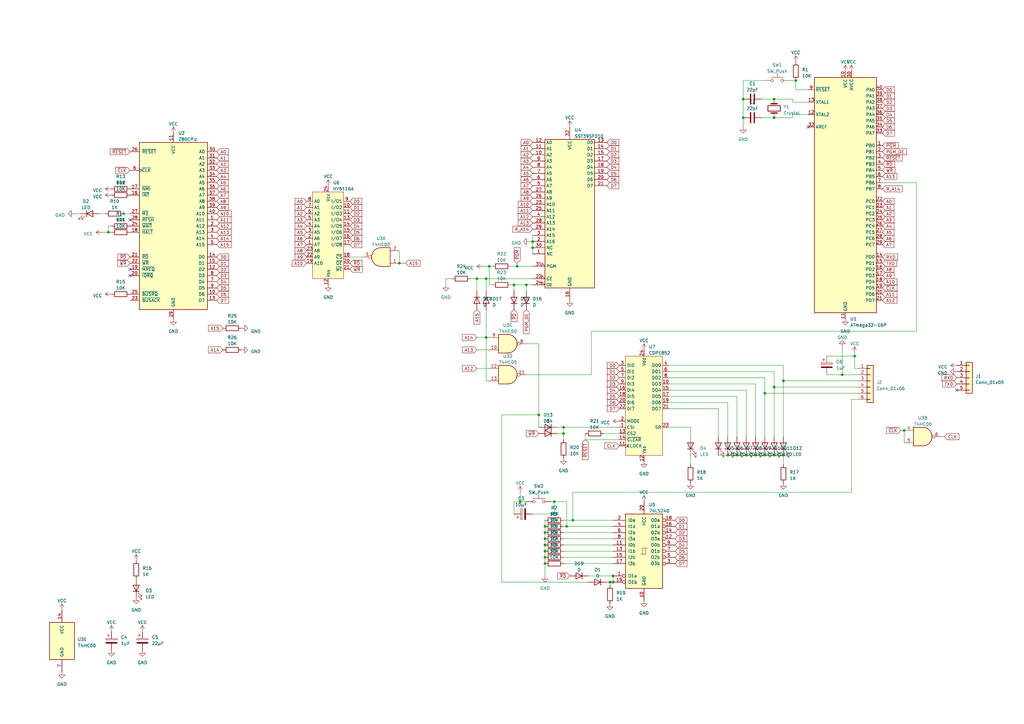
<source format=kicad_sch>
(kicad_sch (version 20230121) (generator eeschema)
  (paper "A3")
  (junction (at 326.39 33.02))
  (junction (at 304.8 48.26))
  (junction (at 306.07 186.69))
  (junction (at 350.52 146.05))
  (junction (at 251.46 236.22))
  (junction (at 199.39 114.3))
  (junction (at 223.52 218.44))
  (junction (at 223.52 220.98))
  (junction (at 223.52 223.52))
  (junction (at 210.82 116.84))
  (junction (at 223.52 228.6))
  (junction (at 215.9 116.84))
  (junction (at 163.83 107.95))
  (junction (at 223.52 215.9))
  (junction (at 220.98 170.18))
  (junction (at 213.36 205.74))
  (junction (at 195.58 114.3))
  (junction (at 309.88 186.69))
  (junction (at 317.5 186.69))
  (junction (at 317.5 40.64))
  (junction (at 317.5 158.75))
  (junction (at 218.44 101.6))
  (junction (at 200.66 109.22))
  (junction (at 313.69 161.29))
  (junction (at 345.44 153.67))
  (junction (at 223.52 231.14))
  (junction (at 250.19 238.76))
  (junction (at 199.39 138.43))
  (junction (at 234.95 213.36))
  (junction (at 302.26 186.69))
  (junction (at 232.41 215.9))
  (junction (at 44.45 95.25))
  (junction (at 304.8 40.64))
  (junction (at 321.31 156.21))
  (junction (at 212.09 109.22))
  (junction (at 223.52 226.06))
  (junction (at 313.69 186.69))
  (junction (at 251.46 238.76))
  (junction (at 227.33 205.74))
  (junction (at 370.84 176.53))
  (junction (at 321.31 186.69))
  (junction (at 298.45 186.69))
  (junction (at 231.14 175.26))
  (junction (at 317.5 48.26))
  (junction (at 231.14 177.8))
  (junction (at 218.44 99.06))
  (no_connect (at 53.34 90.17))
  (no_connect (at 331.47 52.07))
  (no_connect (at 53.34 113.03))
  (no_connect (at 53.34 110.49))
  (no_connect (at 392.43 160.02))
  (wire (pts (xy 349.25 201.93) (xy 234.95 201.93)))
  (wire (pts (xy 309.88 186.69) (xy 306.07 186.69)))
  (wire (pts (xy 345.44 142.24) (xy 345.44 153.67)))
  (wire (pts (xy 321.31 156.21) (xy 351.79 156.21)))
  (wire (pts (xy 45.72 92.71) (xy 44.45 92.71)))
  (wire (pts (xy 231.14 180.34) (xy 231.14 177.8)))
  (wire (pts (xy 223.52 231.14) (xy 223.52 236.22)))
  (wire (pts (xy 198.12 109.22) (xy 200.66 109.22)))
  (wire (pts (xy 274.32 157.48) (xy 309.88 157.48)))
  (wire (pts (xy 317.5 158.75) (xy 351.79 158.75)))
  (wire (pts (xy 195.58 138.43) (xy 199.39 138.43)))
  (wire (pts (xy 227.33 205.74) (xy 232.41 205.74)))
  (wire (pts (xy 339.09 153.67) (xy 345.44 153.67)))
  (wire (pts (xy 375.92 74.93) (xy 361.95 74.93)))
  (wire (pts (xy 302.26 186.69) (xy 298.45 186.69)))
  (wire (pts (xy 326.39 36.83) (xy 331.47 36.83)))
  (wire (pts (xy 274.32 160.02) (xy 306.07 160.02)))
  (wire (pts (xy 217.17 99.06) (xy 218.44 99.06)))
  (wire (pts (xy 313.69 33.02) (xy 304.8 33.02)))
  (wire (pts (xy 223.52 218.44) (xy 223.52 220.98)))
  (wire (pts (xy 223.52 226.06) (xy 223.52 228.6)))
  (wire (pts (xy 227.33 210.82) (xy 227.33 205.74)))
  (wire (pts (xy 228.6 177.8) (xy 231.14 177.8)))
  (wire (pts (xy 234.95 213.36) (xy 251.46 213.36)))
  (wire (pts (xy 215.9 116.84) (xy 215.9 119.38)))
  (wire (pts (xy 250.19 238.76) (xy 250.19 240.03)))
  (wire (pts (xy 317.5 48.26) (xy 325.12 48.26)))
  (wire (pts (xy 304.8 33.02) (xy 304.8 40.64)))
  (wire (pts (xy 220.98 170.18) (xy 220.98 140.97)))
  (wire (pts (xy 232.41 205.74) (xy 232.41 215.9)))
  (wire (pts (xy 199.39 138.43) (xy 200.66 138.43)))
  (wire (pts (xy 241.3 236.22) (xy 251.46 236.22)))
  (wire (pts (xy 313.69 186.69) (xy 309.88 186.69)))
  (wire (pts (xy 309.88 157.48) (xy 309.88 179.07)))
  (wire (pts (xy 223.52 223.52) (xy 223.52 226.06)))
  (wire (pts (xy 304.8 40.64) (xy 304.8 48.26)))
  (wire (pts (xy 231.14 220.98) (xy 251.46 220.98)))
  (wire (pts (xy 218.44 210.82) (xy 227.33 210.82)))
  (wire (pts (xy 182.88 116.84) (xy 182.88 114.3)))
  (wire (pts (xy 228.6 175.26) (xy 231.14 175.26)))
  (wire (pts (xy 231.14 175.26) (xy 254 175.26)))
  (wire (pts (xy 231.14 226.06) (xy 251.46 226.06)))
  (wire (pts (xy 195.58 143.51) (xy 200.66 143.51)))
  (wire (pts (xy 323.85 33.02) (xy 326.39 33.02)))
  (wire (pts (xy 231.14 223.52) (xy 251.46 223.52)))
  (wire (pts (xy 41.91 95.25) (xy 44.45 95.25)))
  (wire (pts (xy 220.98 175.26) (xy 220.98 170.18)))
  (wire (pts (xy 166.37 107.95) (xy 163.83 107.95)))
  (wire (pts (xy 200.66 156.21) (xy 199.39 156.21)))
  (wire (pts (xy 205.74 170.18) (xy 220.98 170.18)))
  (wire (pts (xy 242.57 135.89) (xy 375.92 135.89)))
  (wire (pts (xy 231.14 218.44) (xy 251.46 218.44)))
  (wire (pts (xy 325.12 48.26) (xy 325.12 46.99)))
  (wire (pts (xy 274.32 165.1) (xy 298.45 165.1)))
  (wire (pts (xy 232.41 215.9) (xy 251.46 215.9)))
  (wire (pts (xy 294.64 167.64) (xy 294.64 179.07)))
  (wire (pts (xy 350.52 146.05) (xy 350.52 151.13)))
  (wire (pts (xy 231.14 215.9) (xy 232.41 215.9)))
  (wire (pts (xy 326.39 33.02) (xy 326.39 36.83)))
  (wire (pts (xy 312.42 40.64) (xy 317.5 40.64)))
  (wire (pts (xy 195.58 151.13) (xy 200.66 151.13)))
  (wire (pts (xy 313.69 154.94) (xy 313.69 161.29)))
  (wire (pts (xy 317.5 158.75) (xy 317.5 179.07)))
  (wire (pts (xy 223.52 213.36) (xy 223.52 215.9)))
  (wire (pts (xy 209.55 116.84) (xy 210.82 116.84)))
  (wire (pts (xy 302.26 162.56) (xy 302.26 179.07)))
  (wire (pts (xy 215.9 116.84) (xy 218.44 116.84)))
  (wire (pts (xy 195.58 114.3) (xy 199.39 114.3)))
  (wire (pts (xy 223.52 220.98) (xy 223.52 223.52)))
  (wire (pts (xy 44.45 92.71) (xy 44.45 95.25)))
  (wire (pts (xy 375.92 135.89) (xy 375.92 74.93)))
  (wire (pts (xy 304.8 48.26) (xy 304.8 52.07)))
  (wire (pts (xy 325.12 40.64) (xy 325.12 41.91)))
  (wire (pts (xy 274.32 149.86) (xy 321.31 149.86)))
  (wire (pts (xy 213.36 205.74) (xy 215.9 205.74)))
  (wire (pts (xy 220.98 140.97) (xy 215.9 140.97)))
  (wire (pts (xy 234.95 201.93) (xy 234.95 213.36)))
  (wire (pts (xy 199.39 114.3) (xy 199.39 119.38)))
  (wire (pts (xy 195.58 114.3) (xy 195.58 119.38)))
  (wire (pts (xy 349.25 163.83) (xy 349.25 201.93)))
  (wire (pts (xy 210.82 116.84) (xy 215.9 116.84)))
  (wire (pts (xy 210.82 205.74) (xy 213.36 205.74)))
  (wire (pts (xy 339.09 146.05) (xy 350.52 146.05)))
  (wire (pts (xy 274.32 167.64) (xy 294.64 167.64)))
  (wire (pts (xy 313.69 161.29) (xy 351.79 161.29)))
  (wire (pts (xy 274.32 154.94) (xy 313.69 154.94)))
  (wire (pts (xy 306.07 186.69) (xy 302.26 186.69)))
  (wire (pts (xy 313.69 161.29) (xy 313.69 179.07)))
  (wire (pts (xy 321.31 186.69) (xy 317.5 186.69)))
  (wire (pts (xy 312.42 48.26) (xy 317.5 48.26)))
  (wire (pts (xy 298.45 186.69) (xy 294.64 186.69)))
  (wire (pts (xy 218.44 99.06) (xy 218.44 101.6)))
  (wire (pts (xy 247.65 177.8) (xy 254 177.8)))
  (wire (pts (xy 325.12 46.99) (xy 331.47 46.99)))
  (wire (pts (xy 200.66 116.84) (xy 200.66 109.22)))
  (wire (pts (xy 242.57 153.67) (xy 242.57 135.89)))
  (wire (pts (xy 240.03 180.34) (xy 254 180.34)))
  (wire (pts (xy 370.84 176.53) (xy 370.84 181.61)))
  (wire (pts (xy 306.07 160.02) (xy 306.07 179.07)))
  (wire (pts (xy 218.44 101.6) (xy 218.44 104.14)))
  (wire (pts (xy 231.14 213.36) (xy 234.95 213.36)))
  (wire (pts (xy 231.14 231.14) (xy 251.46 231.14)))
  (wire (pts (xy 30.48 87.63) (xy 33.02 87.63)))
  (wire (pts (xy 218.44 96.52) (xy 218.44 99.06)))
  (wire (pts (xy 199.39 114.3) (xy 218.44 114.3)))
  (wire (pts (xy 350.52 144.78) (xy 350.52 146.05)))
  (wire (pts (xy 321.31 149.86) (xy 321.31 156.21)))
  (wire (pts (xy 199.39 138.43) (xy 199.39 156.21)))
  (wire (pts (xy 250.19 238.76) (xy 251.46 238.76)))
  (wire (pts (xy 248.92 238.76) (xy 250.19 238.76)))
  (wire (pts (xy 223.52 228.6) (xy 223.52 231.14)))
  (wire (pts (xy 298.45 165.1) (xy 298.45 179.07)))
  (wire (pts (xy 351.79 163.83) (xy 349.25 163.83)))
  (wire (pts (xy 215.9 153.67) (xy 242.57 153.67)))
  (wire (pts (xy 317.5 152.4) (xy 317.5 158.75)))
  (wire (pts (xy 210.82 210.82) (xy 210.82 205.74)))
  (wire (pts (xy 212.09 109.22) (xy 218.44 109.22)))
  (wire (pts (xy 345.44 153.67) (xy 351.79 153.67)))
  (wire (pts (xy 274.32 152.4) (xy 317.5 152.4)))
  (wire (pts (xy 321.31 156.21) (xy 321.31 179.07)))
  (wire (pts (xy 226.06 205.74) (xy 227.33 205.74)))
  (wire (pts (xy 241.3 238.76) (xy 205.74 238.76)))
  (wire (pts (xy 369.57 176.53) (xy 370.84 176.53)))
  (wire (pts (xy 210.82 116.84) (xy 210.82 119.38)))
  (wire (pts (xy 193.04 114.3) (xy 195.58 114.3)))
  (wire (pts (xy 199.39 127) (xy 199.39 138.43)))
  (wire (pts (xy 212.09 107.95) (xy 212.09 109.22)))
  (wire (pts (xy 274.32 162.56) (xy 302.26 162.56)))
  (wire (pts (xy 40.64 87.63) (xy 43.18 87.63)))
  (wire (pts (xy 283.21 186.69) (xy 283.21 190.5)))
  (wire (pts (xy 163.83 107.95) (xy 163.83 102.87)))
  (wire (pts (xy 213.36 201.93) (xy 213.36 205.74)))
  (wire (pts (xy 274.32 175.26) (xy 283.21 175.26)))
  (wire (pts (xy 200.66 109.22) (xy 201.93 109.22)))
  (wire (pts (xy 251.46 236.22) (xy 251.46 238.76)))
  (wire (pts (xy 209.55 109.22) (xy 212.09 109.22)))
  (wire (pts (xy 143.51 105.41) (xy 148.59 105.41)))
  (wire (pts (xy 201.93 116.84) (xy 200.66 116.84)))
  (wire (pts (xy 231.14 228.6) (xy 251.46 228.6)))
  (wire (pts (xy 321.31 190.5) (xy 321.31 186.69)))
  (wire (pts (xy 182.88 114.3) (xy 185.42 114.3)))
  (wire (pts (xy 223.52 215.9) (xy 223.52 218.44)))
  (wire (pts (xy 317.5 40.64) (xy 325.12 40.64)))
  (wire (pts (xy 317.5 186.69) (xy 313.69 186.69)))
  (wire (pts (xy 44.45 95.25) (xy 45.72 95.25)))
  (wire (pts (xy 240.03 177.8) (xy 240.03 180.34)))
  (wire (pts (xy 325.12 41.91) (xy 331.47 41.91)))
  (wire (pts (xy 50.8 87.63) (xy 53.34 87.63)))
  (wire (pts (xy 386.08 179.07) (xy 387.35 179.07)))
  (wire (pts (xy 350.52 151.13) (xy 351.79 151.13)))
  (wire (pts (xy 231.14 177.8) (xy 231.14 175.26)))
  (wire (pts (xy 205.74 238.76) (xy 205.74 170.18)))
  (wire (pts (xy 283.21 175.26) (xy 283.21 179.07)))
  (global_label "R_A14" (shape input) (at 218.44 93.98 180) (property "Intersheetrefs" "${INTERSHEET_REFS}" (effects hide)))
  (global_label "D2" (shape input) (at 254 154.94 180) (property "Intersheetrefs" "${INTERSHEET_REFS}" (effects hide)))
  (global_label "A13" (shape input) (at 361.95 72.39 0) (property "Intersheetrefs" "${INTERSHEET_REFS}" (effects hide)))
  (global_label "D2" (shape input) (at 276.86 218.44 0) (property "Intersheetrefs" "${INTERSHEET_REFS}" (effects hide)))
  (global_label "D4" (shape input) (at 276.86 223.52 0) (property "Intersheetrefs" "${INTERSHEET_REFS}" (effects hide)))
  (global_label "D0" (shape input) (at 88.9 105.41 0) (property "Intersheetrefs" "${INTERSHEET_REFS}" (effects hide)))
  (global_label "D0" (shape input) (at 276.86 213.36 0) (property "Intersheetrefs" "${INTERSHEET_REFS}" (effects hide)))
  (global_label "D3" (shape input) (at 361.95 44.45 0) (property "Intersheetrefs" "${INTERSHEET_REFS}" (effects hide)))
  (global_label "D5" (shape input) (at 361.95 49.53 0) (property "Intersheetrefs" "${INTERSHEET_REFS}" (effects hide)))
  (global_label "D7" (shape input) (at 143.51 100.33 0) (property "Intersheetrefs" "${INTERSHEET_REFS}" (effects hide)))
  (global_label "A1" (shape input) (at 218.44 60.96 180) (property "Intersheetrefs" "${INTERSHEET_REFS}" (effects hide)))
  (global_label "D2" (shape input) (at 143.51 87.63 0) (property "Intersheetrefs" "${INTERSHEET_REFS}" (effects hide)))
  (global_label "A3" (shape input) (at 125.73 90.17 180) (property "Intersheetrefs" "${INTERSHEET_REFS}" (effects hide)))
  (global_label "~{CLK}" (shape input) (at 361.95 118.11 0) (property "Intersheetrefs" "${INTERSHEET_REFS}" (effects hide)))
  (global_label "A0" (shape input) (at 88.9 62.23 0) (property "Intersheetrefs" "${INTERSHEET_REFS}" (effects hide)))
  (global_label "A9" (shape input) (at 361.95 113.03 0) (property "Intersheetrefs" "${INTERSHEET_REFS}" (effects hide)))
  (global_label "D7" (shape input) (at 254 167.64 180) (property "Intersheetrefs" "${INTERSHEET_REFS}" (effects hide)))
  (global_label "D2" (shape input) (at 88.9 110.49 0) (property "Intersheetrefs" "${INTERSHEET_REFS}" (effects hide)))
  (global_label "A15" (shape input) (at 195.58 127 270) (property "Intersheetrefs" "${INTERSHEET_REFS}" (effects hide)))
  (global_label "D6" (shape input) (at 276.86 228.6 0) (property "Intersheetrefs" "${INTERSHEET_REFS}" (effects hide)))
  (global_label "D5" (shape input) (at 254 162.56 180) (property "Intersheetrefs" "${INTERSHEET_REFS}" (effects hide)))
  (global_label "A0" (shape input) (at 125.73 82.55 180) (property "Intersheetrefs" "${INTERSHEET_REFS}" (effects hide)))
  (global_label "A13" (shape input) (at 88.9 95.25 0) (property "Intersheetrefs" "${INTERSHEET_REFS}" (effects hide)))
  (global_label "A4" (shape input) (at 361.95 92.71 0) (property "Intersheetrefs" "${INTERSHEET_REFS}" (effects hide)))
  (global_label "~{WR}" (shape input) (at 53.34 107.95 180) (property "Intersheetrefs" "${INTERSHEET_REFS}" (effects hide)))
  (global_label "A6" (shape input) (at 88.9 77.47 0) (property "Intersheetrefs" "${INTERSHEET_REFS}" (effects hide)))
  (global_label "~{RESET}" (shape input) (at 240.03 180.34 270) (property "Intersheetrefs" "${INTERSHEET_REFS}" (effects hide)))
  (global_label "~{CLK}" (shape input) (at 53.34 69.85 180) (property "Intersheetrefs" "${INTERSHEET_REFS}" (effects hide)))
  (global_label "A12" (shape input) (at 195.58 151.13 180) (property "Intersheetrefs" "${INTERSHEET_REFS}" (effects hide)))
  (global_label "A10" (shape input) (at 125.73 107.95 180) (property "Intersheetrefs" "${INTERSHEET_REFS}" (effects hide)))
  (global_label "D0" (shape input) (at 254 149.86 180) (property "Intersheetrefs" "${INTERSHEET_REFS}" (effects hide)))
  (global_label "A7" (shape input) (at 361.95 100.33 0) (property "Intersheetrefs" "${INTERSHEET_REFS}" (effects hide)))
  (global_label "D1" (shape input) (at 143.51 85.09 0) (property "Intersheetrefs" "${INTERSHEET_REFS}" (effects hide)))
  (global_label "D1" (shape input) (at 361.95 39.37 0) (property "Intersheetrefs" "${INTERSHEET_REFS}" (effects hide)))
  (global_label "D6" (shape input) (at 143.51 97.79 0) (property "Intersheetrefs" "${INTERSHEET_REFS}" (effects hide)))
  (global_label "A2" (shape input) (at 361.95 87.63 0) (property "Intersheetrefs" "${INTERSHEET_REFS}" (effects hide)))
  (global_label "D6" (shape input) (at 88.9 120.65 0) (property "Intersheetrefs" "${INTERSHEET_REFS}" (effects hide)))
  (global_label "D4" (shape input) (at 254 160.02 180) (property "Intersheetrefs" "${INTERSHEET_REFS}" (effects hide)))
  (global_label "A9" (shape input) (at 218.44 81.28 180) (property "Intersheetrefs" "${INTERSHEET_REFS}" (effects hide)))
  (global_label "D4" (shape input) (at 248.92 68.58 0) (property "Intersheetrefs" "${INTERSHEET_REFS}" (effects hide)))
  (global_label "A8" (shape input) (at 88.9 82.55 0) (property "Intersheetrefs" "${INTERSHEET_REFS}" (effects hide)))
  (global_label "A1" (shape input) (at 361.95 85.09 0) (property "Intersheetrefs" "${INTERSHEET_REFS}" (effects hide)))
  (global_label "RXD" (shape input) (at 392.43 154.94 180) (property "Intersheetrefs" "${INTERSHEET_REFS}" (effects hide)))
  (global_label "A6" (shape input) (at 125.73 97.79 180) (property "Intersheetrefs" "${INTERSHEET_REFS}" (effects hide)))
  (global_label "D2" (shape input) (at 361.95 41.91 0) (property "Intersheetrefs" "${INTERSHEET_REFS}" (effects hide)))
  (global_label "D1" (shape input) (at 254 152.4 180) (property "Intersheetrefs" "${INTERSHEET_REFS}" (effects hide)))
  (global_label "A4" (shape input) (at 88.9 72.39 0) (property "Intersheetrefs" "${INTERSHEET_REFS}" (effects hide)))
  (global_label "~{RESET}" (shape input) (at 53.34 62.23 180) (property "Intersheetrefs" "${INTERSHEET_REFS}" (effects hide)))
  (global_label "A2" (shape input) (at 88.9 67.31 0) (property "Intersheetrefs" "${INTERSHEET_REFS}" (effects hide)))
  (global_label "A5" (shape input) (at 218.44 71.12 180) (property "Intersheetrefs" "${INTERSHEET_REFS}" (effects hide)))
  (global_label "D1" (shape input) (at 276.86 215.9 0) (property "Intersheetrefs" "${INTERSHEET_REFS}" (effects hide)))
  (global_label "D0" (shape input) (at 361.95 36.83 0) (property "Intersheetrefs" "${INTERSHEET_REFS}" (effects hide)))
  (global_label "A11" (shape input) (at 218.44 86.36 180) (property "Intersheetrefs" "${INTERSHEET_REFS}" (effects hide)))
  (global_label "A7" (shape input) (at 125.73 100.33 180) (property "Intersheetrefs" "${INTERSHEET_REFS}" (effects hide)))
  (global_label "~{CLK}" (shape input) (at 369.57 176.53 180) (property "Intersheetrefs" "${INTERSHEET_REFS}" (effects hide)))
  (global_label "CLK" (shape input) (at 254 182.88 180) (property "Intersheetrefs" "${INTERSHEET_REFS}" (effects hide)))
  (global_label "D1" (shape input) (at 248.92 60.96 0) (property "Intersheetrefs" "${INTERSHEET_REFS}" (effects hide)))
  (global_label "A10" (shape input) (at 218.44 83.82 180) (property "Intersheetrefs" "${INTERSHEET_REFS}" (effects hide)))
  (global_label "PGM_OE" (shape input) (at 361.95 62.23 0) (property "Intersheetrefs" "${INTERSHEET_REFS}" (effects hide)))
  (global_label "A12" (shape input) (at 88.9 92.71 0) (property "Intersheetrefs" "${INTERSHEET_REFS}" (effects hide)))
  (global_label "D5" (shape input) (at 248.92 71.12 0) (property "Intersheetrefs" "${INTERSHEET_REFS}" (effects hide)))
  (global_label "A3" (shape input) (at 218.44 66.04 180) (property "Intersheetrefs" "${INTERSHEET_REFS}" (effects hide)))
  (global_label "D3" (shape input) (at 254 157.48 180) (property "Intersheetrefs" "${INTERSHEET_REFS}" (effects hide)))
  (global_label "~{RD}" (shape input) (at 361.95 67.31 0) (property "Intersheetrefs" "${INTERSHEET_REFS}" (effects hide)))
  (global_label "D0" (shape input) (at 248.92 58.42 0) (property "Intersheetrefs" "${INTERSHEET_REFS}" (effects hide)))
  (global_label "D3" (shape input) (at 143.51 90.17 0) (property "Intersheetrefs" "${INTERSHEET_REFS}" (effects hide)))
  (global_label "A8" (shape input) (at 361.95 110.49 0) (property "Intersheetrefs" "${INTERSHEET_REFS}" (effects hide)))
  (global_label "A7" (shape input) (at 88.9 80.01 0) (property "Intersheetrefs" "${INTERSHEET_REFS}" (effects hide)))
  (global_label "D4" (shape input) (at 361.95 46.99 0) (property "Intersheetrefs" "${INTERSHEET_REFS}" (effects hide)))
  (global_label "D6" (shape input) (at 361.95 52.07 0) (property "Intersheetrefs" "${INTERSHEET_REFS}" (effects hide)))
  (global_label "~{PGM}" (shape input) (at 361.95 59.69 0) (property "Intersheetrefs" "${INTERSHEET_REFS}" (effects hide)))
  (global_label "D3" (shape input) (at 248.92 66.04 0) (property "Intersheetrefs" "${INTERSHEET_REFS}" (effects hide)))
  (global_label "A11" (shape input) (at 88.9 90.17 0) (property "Intersheetrefs" "${INTERSHEET_REFS}" (effects hide)))
  (global_label "D7" (shape input) (at 88.9 123.19 0) (property "Intersheetrefs" "${INTERSHEET_REFS}" (effects hide)))
  (global_label "A12" (shape input) (at 361.95 123.19 0) (property "Intersheetrefs" "${INTERSHEET_REFS}" (effects hide)))
  (global_label "A3" (shape input) (at 88.9 69.85 0) (property "Intersheetrefs" "${INTERSHEET_REFS}" (effects hide)))
  (global_label "PGM_OE" (shape input) (at 215.9 127 270) (property "Intersheetrefs" "${INTERSHEET_REFS}" (effects hide)))
  (global_label "D2" (shape input) (at 248.92 63.5 0) (property "Intersheetrefs" "${INTERSHEET_REFS}" (effects hide)))
  (global_label "~{RD}" (shape input) (at 210.82 127 270) (property "Intersheetrefs" "${INTERSHEET_REFS}" (effects hide)))
  (global_label "R_A14" (shape input) (at 361.95 77.47 0) (property "Intersheetrefs" "${INTERSHEET_REFS}" (effects hide)))
  (global_label "D6" (shape input) (at 248.92 73.66 0) (property "Intersheetrefs" "${INTERSHEET_REFS}" (effects hide)))
  (global_label "D6" (shape input) (at 254 165.1 180) (property "Intersheetrefs" "${INTERSHEET_REFS}" (effects hide)))
  (global_label "A5" (shape input) (at 361.95 95.25 0) (property "Intersheetrefs" "${INTERSHEET_REFS}" (effects hide)))
  (global_label "A13" (shape input) (at 218.44 91.44 180) (property "Intersheetrefs" "${INTERSHEET_REFS}" (effects hide)))
  (global_label "~{RESET}" (shape input) (at 361.95 64.77 0) (property "Intersheetrefs" "${INTERSHEET_REFS}" (effects hide)))
  (global_label "~{RD}" (shape input) (at 53.34 105.41 180) (property "Intersheetrefs" "${INTERSHEET_REFS}" (effects hide)))
  (global_label "A11" (shape input) (at 361.95 120.65 0) (property "Intersheetrefs" "${INTERSHEET_REFS}" (effects hide)))
  (global_label "A2" (shape input) (at 125.73 87.63 180) (property "Intersheetrefs" "${INTERSHEET_REFS}" (effects hide)))
  (global_label "~{RD}" (shape input) (at 143.51 107.95 0) (property "Intersheetrefs" "${INTERSHEET_REFS}" (effects hide)))
  (global_label "~{WR}" (shape input) (at 361.95 69.85 0) (property "Intersheetrefs" "${INTERSHEET_REFS}" (effects hide)))
  (global_label "D1" (shape input) (at 88.9 107.95 0) (property "Intersheetrefs" "${INTERSHEET_REFS}" (effects hide)))
  (global_label "A8" (shape input) (at 218.44 78.74 180) (property "Intersheetrefs" "${INTERSHEET_REFS}" (effects hide)))
  (global_label "D3" (shape input) (at 276.86 220.98 0) (property "Intersheetrefs" "${INTERSHEET_REFS}" (effects hide)))
  (global_label "RXD" (shape input) (at 361.95 105.41 0) (property "Intersheetrefs" "${INTERSHEET_REFS}" (effects hide)))
  (global_label "D4" (shape input) (at 88.9 115.57 0) (property "Intersheetrefs" "${INTERSHEET_REFS}" (effects hide)))
  (global_label "A15" (shape input) (at 91.44 134.62 180) (property "Intersheetrefs" "${INTERSHEET_REFS}" (effects hide)))
  (global_label "A14" (shape input) (at 91.44 143.51 180) (property "Intersheetrefs" "${INTERSHEET_REFS}" (effects hide)))
  (global_label "A7" (shape input) (at 218.44 76.2 180) (property "Intersheetrefs" "${INTERSHEET_REFS}" (effects hide)))
  (global_label "A14" (shape input) (at 195.58 138.43 180) (property "Intersheetrefs" "${INTERSHEET_REFS}" (effects hide)))
  (global_label "D5" (shape input) (at 276.86 226.06 0) (property "Intersheetrefs" "${INTERSHEET_REFS}" (effects hide)))
  (global_label "A10" (shape input) (at 88.9 87.63 0) (property "Intersheetrefs" "${INTERSHEET_REFS}" (effects hide)))
  (global_label "D4" (shape input) (at 143.51 92.71 0) (property "Intersheetrefs" "${INTERSHEET_REFS}" (effects hide)))
  (global_label "A14" (shape input) (at 88.9 97.79 0) (property "Intersheetrefs" "${INTERSHEET_REFS}" (effects hide)))
  (global_label "A15" (shape input) (at 88.9 100.33 0) (property "Intersheetrefs" "${INTERSHEET_REFS}" (effects hide)))
  (global_label "D7" (shape input) (at 276.86 231.14 0) (property "Intersheetrefs" "${INTERSHEET_REFS}" (effects hide)))
  (global_label "A0" (shape input) (at 218.44 58.42 180) (property "Intersheetrefs" "${INTERSHEET_REFS}" (effects hide)))
  (global_label "TXD" (shape input) (at 361.95 107.95 0) (property "Intersheetrefs" "${INTERSHEET_REFS}" (effects hide)))
  (global_label "A1" (shape input) (at 88.9 64.77 0) (property "Intersheetrefs" "${INTERSHEET_REFS}" (effects hide)))
  (global_label "D0" (shape input) (at 143.51 82.55 0) (property "Intersheetrefs" "${INTERSHEET_REFS}" (effects hide)))
  (global_label "TXD" (shape input) (at 392.43 157.48 180) (property "Intersheetrefs" "${INTERSHEET_REFS}" (effects hide)))
  (global_label "A2" (shape input) (at 218.44 63.5 180) (property "Intersheetrefs" "${INTERSHEET_REFS}" (effects hide)))
  (global_label "A6" (shape input) (at 218.44 73.66 180) (property "Intersheetrefs" "${INTERSHEET_REFS}" (effects hide)))
  (global_label "A0" (shape input) (at 361.95 82.55 0) (property "Intersheetrefs" "${INTERSHEET_REFS}" (effects hide)))
  (global_label "A8" (shape input) (at 125.73 102.87 180) (property "Intersheetrefs" "${INTERSHEET_REFS}" (effects hide)))
  (global_label "A5" (shape input) (at 125.73 95.25 180) (property "Intersheetrefs" "${INTERSHEET_REFS}" (effects hide)))
  (global_label "CLK" (shape input) (at 387.35 179.07 0) (property "Intersheetrefs" "${INTERSHEET_REFS}" (effects hide)))
  (global_label "D7" (shape input) (at 361.95 54.61 0) (property "Intersheetrefs" "${INTERSHEET_REFS}" (effects hide)))
  (global_label "A5" (shape input) (at 88.9 74.93 0) (property "Intersheetrefs" "${INTERSHEET_REFS}" (effects hide)))
  (global_label "A6" (shape input) (at 361.95 97.79 0) (property "Intersheetrefs" "${INTERSHEET_REFS}" (effects hide)))
  (global_label "A9" (shape input) (at 125.73 105.41 180) (property "Intersheetrefs" "${INTERSHEET_REFS}" (effects hide)))
  (global_label "A4" (shape input) (at 218.44 68.58 180) (property "Intersheetrefs" "${INTERSHEET_REFS}" (effects hide)))
  (global_label "~{RD}" (shape input) (at 233.68 236.22 180) (property "Intersheetrefs" "${INTERSHEET_REFS}" (effects hide)))
  (global_label "D5" (shape input) (at 88.9 118.11 0) (property "Intersheetrefs" "${INTERSHEET_REFS}" (effects hide)))
  (global_label "A1" (shape input) (at 125.73 85.09 180) (property "Intersheetrefs" "${INTERSHEET_REFS}" (effects hide)))
  (global_label "A3" (shape input) (at 361.95 90.17 0) (property "Intersheetrefs" "${INTERSHEET_REFS}" (effects hide)))
  (global_label "A4" (shape input) (at 125.73 92.71 180) (property "Intersheetrefs" "${INTERSHEET_REFS}" (effects hide)))
  (global_label "D3" (shape input) (at 88.9 113.03 0) (property "Intersheetrefs" "${INTERSHEET_REFS}" (effects hide)))
  (global_label "A9" (shape input) (at 88.9 85.09 0) (property "Intersheetrefs" "${INTERSHEET_REFS}" (effects hide)))
  (global_label "D7" (shape input) (at 248.92 76.2 0) (property "Intersheetrefs" "${INTERSHEET_REFS}" (effects hide)))
  (global_label "~{WR}" (shape input) (at 143.51 110.49 0) (property "Intersheetrefs" "${INTERSHEET_REFS}" (effects hide)))
  (global_label "~{PGM}" (shape input) (at 212.09 107.95 90) (property "Intersheetrefs" "${INTERSHEET_REFS}" (effects hide)))
  (global_label "A10" (shape input) (at 361.95 115.57 0) (property "Intersheetrefs" "${INTERSHEET_REFS}" (effects hide)))
  (global_label "A13" (shape input) (at 195.58 143.51 180) (property "Intersheetrefs" "${INTERSHEET_REFS}" (effects hide)))
  (global_label "A12" (shape input) (at 218.44 88.9 180) (property "Intersheetrefs" "${INTERSHEET_REFS}" (effects hide)))
  (global_label "A15" (shape input) (at 166.37 107.95 0) (property "Intersheetrefs" "${INTERSHEET_REFS}" (effects hide)))
  (global_label "D5" (shape input) (at 143.51 95.25 0) (property "Intersheetrefs" "${INTERSHEET_REFS}" (effects hide)))
  (global_label "~{WR}" (shape input) (at 220.98 177.8 180) (property "Intersheetrefs" "${INTERSHEET_REFS}" (effects hide)))
  (symbol (lib_id "74xx:74HC00") (at 208.28 153.67 0) (unit 4)
    (property "Reference" "U3" (at 208.2717 146.05 0))
    (property "Value" "74HC00" (at 208.2717 148.59 0))
    (property "Datasheet" "http://www.ti.com/lit/gpn/sn74hc00" (effects hide))
  )
  (symbol (lib_id "Device:LED") (at 283.21 182.88 90) (unit 1)
    (property "Reference" "D4" (at 287.02 183.8325 90) (effects (justify right)))
    (property "Value" "LED" (at 287.02 186.3725 90) (effects (justify right)))
  )
  (symbol (lib_id "CPU:Z80CPU") (at 71.12 92.71 0) (unit 1)
    (property "Reference" "U2" (at 73.0759 54.61 0) (effects (justify left)))
    (property "Value" "Z80CPU" (at 73.0759 57.15 0) (effects (justify left)))
    (property "Datasheet" "www.zilog.com/manage_directlink.php?filepath=docs/z80/um0080" (effects hide))
  )
  (symbol (lib_id "power:GND") (at 283.21 198.12 0) (unit 1)
    (property "Reference" "#PWR034" (effects hide))
    (property "Value" "GND" (at 283.21 203.2 0))
  )
  (symbol (lib_id "Device:R") (at 227.33 231.14 90) (unit 1)
    (property "Reference" "R9" (at 227.33 226.06 90))
    (property "Value" "10K" (at 227.33 228.6 90))
  )
  (symbol (lib_id "power:VCC") (at 350.52 144.78 0) (unit 1)
    (property "Reference" "#PWR037" (effects hide))
    (property "Value" "VCC" (at 350.52 140.97 0))
  )
  (symbol (lib_id "power:VCC") (at 58.42 259.08 0) (unit 1)
    (property "Reference" "#PWR030" (effects hide))
    (property "Value" "VCC" (at 58.42 255.27 0))
  )
  (symbol (lib_id "Device:Crystal") (at 317.5 44.45 90) (unit 1)
    (property "Reference" "Y1" (at 321.31 43.815 90) (effects (justify right)))
    (property "Value" "Crystal" (at 321.31 46.355 90) (effects (justify right)))
  )
  (symbol (lib_id "Device:LED") (at 294.64 182.88 90) (unit 1)
    (property "Reference" "D5" (at 298.45 183.8325 90) (effects (justify right)))
    (property "Value" "LED" (at 298.45 186.3725 90) (effects (justify right)))
  )
  (symbol (lib_id "MCU_Microchip_ATmega:ATmega32-16P") (at 346.71 80.01 0) (unit 1)
    (property "Reference" "U1" (at 348.6659 130.81 0) (effects (justify left)))
    (property "Value" "ATmega32-16P" (at 348.6659 133.35 0) (effects (justify left)))
    (property "Footprint" "Package_DIP:DIP-40_W15.24mm" (effects hide))
    (property "Datasheet" "http://ww1.microchip.com/downloads/en/DeviceDoc/doc2503.pdf" (effects hide))
  )
  (symbol (lib_id "Device:LED") (at 302.26 182.88 90) (unit 1)
    (property "Reference" "D7" (at 306.07 183.8325 90) (effects (justify right)))
    (property "Value" "LED" (at 306.07 186.3725 90) (effects (justify right)))
  )
  (symbol (lib_id "74xx:74HC00") (at 208.28 140.97 0) (unit 3)
    (property "Reference" "U3" (at 208.2717 133.35 0))
    (property "Value" "74HC00" (at 208.2717 135.89 0))
    (property "Datasheet" "http://www.ti.com/lit/gpn/sn74hc00" (effects hide))
  )
  (symbol (lib_id "power:GND") (at 25.4 275.59 0) (unit 1)
    (property "Reference" "#PWR01" (effects hide))
    (property "Value" "GND" (at 25.4 280.67 0))
  )
  (symbol (lib_id "Device:R") (at 227.33 213.36 90) (unit 1)
    (property "Reference" "R2" (at 227.33 208.28 90))
    (property "Value" "10K" (at 227.33 210.82 90))
  )
  (symbol (lib_id "Switch:SW_Push") (at 220.98 205.74 0) (unit 1)
    (property "Reference" "SW2" (at 220.98 199.39 0))
    (property "Value" "SW_Push" (at 220.98 201.93 0))
  )
  (symbol (lib_id "Device:R") (at 49.53 95.25 90) (unit 1)
    (property "Reference" "R11" (at 49.53 90.17 90))
    (property "Value" "10K" (at 49.53 92.71 90))
  )
  (symbol (lib_id "Device:R") (at 95.25 143.51 270) (unit 1)
    (property "Reference" "R26" (at 95.25 138.43 90))
    (property "Value" "10K" (at 95.25 140.97 90))
  )
  (symbol (lib_id "Device:LED") (at 298.45 182.88 90) (unit 1)
    (property "Reference" "D6" (at 302.26 183.8325 90) (effects (justify right)))
    (property "Value" "LED" (at 302.26 186.3725 90) (effects (justify right)))
  )
  (symbol (lib_id "power:GND") (at 264.16 189.23 0) (unit 1)
    (property "Reference" "#PWR06" (effects hide))
    (property "Value" "GND" (at 264.16 194.31 0))
  )
  (symbol (lib_id "power:VCC") (at 71.12 54.61 0) (unit 1)
    (property "Reference" "#PWR013" (effects hide))
    (property "Value" "VCC" (at 71.12 50.8 0))
  )
  (symbol (lib_id "Device:D") (at 195.58 123.19 270) (unit 1)
    (property "Reference" "D18" (at 198.12 122.555 90) (effects (justify left)))
    (property "Value" "D" (at 198.12 125.095 90) (effects (justify left)))
    (property "Sim.Device" "D" (effects hide))
    (property "Sim.Pins" "1=K 2=A" (effects hide))
  )
  (symbol (lib_id "Connector_Generic:Conn_01x05") (at 397.51 154.94 0) (unit 1)
    (property "Reference" "J1" (at 400.05 154.305 0) (effects (justify left)))
    (property "Value" "Conn_01x05" (at 400.05 156.845 0) (effects (justify left)))
  )
  (symbol (lib_id "power:GND") (at 346.71 130.81 0) (unit 1)
    (property "Reference" "#PWR08" (effects hide))
    (property "Value" "GND" (at 346.71 135.89 0))
  )
  (symbol (lib_id "Device:LED") (at 36.83 87.63 0) (unit 1)
    (property "Reference" "D2" (at 35.2425 82.55 0))
    (property "Value" "LED" (at 35.2425 85.09 0))
  )
  (symbol (lib_id "power:GND") (at 264.16 246.38 0) (unit 1)
    (property "Reference" "#PWR07" (effects hide))
    (property "Value" "GND" (at 264.16 251.46 0))
  )
  (symbol (lib_id "power:GND") (at 58.42 266.7 0) (unit 1)
    (property "Reference" "#PWR031" (effects hide))
    (property "Value" "GND" (at 58.42 271.78 0))
  )
  (symbol (lib_id "power:GND") (at 99.06 143.51 90) (unit 1)
    (property "Reference" "#PWR044" (effects hide))
    (property "Value" "GND" (at 102.87 144.145 90) (effects (justify right)))
  )
  (symbol (lib_id "power:GND") (at 321.31 198.12 0) (unit 1)
    (property "Reference" "#PWR035" (effects hide))
    (property "Value" "GND" (at 321.31 203.2 0))
  )
  (symbol (lib_id "power:GND") (at 345.44 142.24 180) (unit 1)
    (property "Reference" "#PWR038" (effects hide))
    (property "Value" "GND" (at 345.44 138.43 0))
  )
  (symbol (lib_id "Device:LED") (at 313.69 182.88 90) (unit 1)
    (property "Reference" "D10" (at 317.5 183.8325 90) (effects (justify right)))
    (property "Value" "LED" (at 317.5 186.3725 90) (effects (justify right)))
  )
  (symbol (lib_id "power:GND") (at 45.72 266.7 0) (unit 1)
    (property "Reference" "#PWR029" (effects hide))
    (property "Value" "GND" (at 45.72 271.78 0))
  )
  (symbol (lib_id "Device:R") (at 231.14 184.15 0) (unit 1)
    (property "Reference" "R20" (at 233.68 183.515 0) (effects (justify left)))
    (property "Value" "10K" (at 233.68 186.055 0) (effects (justify left)))
  )
  (symbol (lib_id "Device:D") (at 224.79 177.8 180) (unit 1)
    (property "Reference" "D14" (at 224.79 172.72 0))
    (property "Value" "D" (at 224.79 175.26 0))
    (property "Sim.Device" "D" (effects hide))
    (property "Sim.Pins" "1=K 2=A" (effects hide))
  )
  (symbol (lib_id "Device:D") (at 224.79 175.26 180) (unit 1)
    (property "Reference" "D13" (at 224.79 170.18 0))
    (property "Value" "D" (at 224.79 172.72 0))
    (property "Sim.Device" "D" (effects hide))
    (property "Sim.Pins" "1=K 2=A" (effects hide))
  )
  (symbol (lib_id "74xx:74LS240") (at 264.16 226.06 0) (unit 1)
    (property "Reference" "U5" (at 266.1159 207.01 0) (effects (justify left)))
    (property "Value" "74LS240" (at 266.1159 209.55 0) (effects (justify left)))
    (property "Datasheet" "http://www.ti.com/lit/ds/symlink/sn74ls240.pdf" (effects hide))
  )
  (symbol (lib_id "power:VCC") (at 45.72 80.01 90) (unit 1)
    (property "Reference" "#PWR024" (effects hide))
    (property "Value" "VCC" (at 41.91 80.645 90) (effects (justify left)))
  )
  (symbol (lib_id "74xx:74HC00") (at 378.46 179.07 0) (unit 2)
    (property "Reference" "U3" (at 378.4517 171.45 0))
    (property "Value" "74HC00" (at 378.4517 173.99 0))
    (property "Datasheet" "http://www.ti.com/lit/gpn/sn74hc00" (effects hide))
  )
  (symbol (lib_id "power:VCC") (at 45.72 77.47 90) (unit 1)
    (property "Reference" "#PWR023" (effects hide))
    (property "Value" "VCC" (at 41.91 78.105 90) (effects (justify left)))
  )
  (symbol (lib_id "Device:C_Polarized") (at 58.42 262.89 0) (unit 1)
    (property "Reference" "C5" (at 62.23 261.366 0) (effects (justify left)))
    (property "Value" "22µF" (at 62.23 263.906 0) (effects (justify left)))
  )
  (symbol (lib_id "Device:C_Polarized") (at 45.72 262.89 0) (unit 1)
    (property "Reference" "C4" (at 49.53 261.366 0) (effects (justify left)))
    (property "Value" "1µF" (at 49.53 263.906 0) (effects (justify left)))
  )
  (symbol (lib_id "power:VCC") (at 264.16 205.74 0) (unit 1)
    (property "Reference" "#PWR015" (effects hide))
    (property "Value" "VCC" (at 264.16 201.93 0))
  )
  (symbol (lib_id "power:VCC") (at 349.25 29.21 0) (unit 1)
    (property "Reference" "#PWR010" (effects hide))
    (property "Value" "VCC" (at 349.25 25.4 0))
  )
  (symbol (lib_id "Device:D") (at 245.11 238.76 180) (unit 1)
    (property "Reference" "D1" (at 245.11 233.68 0))
    (property "Value" "D" (at 245.11 236.22 0))
    (property "Sim.Device" "D" (effects hide))
    (property "Sim.Pins" "1=K 2=A" (effects hide))
  )
  (symbol (lib_id "power:VCC") (at 198.12 109.22 90) (unit 1)
    (property "Reference" "#PWR040" (effects hide))
    (property "Value" "VCC" (at 194.31 109.855 90) (effects (justify left)))
  )
  (symbol (lib_id "power:GND") (at 55.88 245.11 0) (unit 1)
    (property "Reference" "#PWR033" (effects hide))
    (property "Value" "GND" (at 55.88 250.19 0))
  )
  (symbol (lib_id "power:GND") (at 392.43 152.4 270) (unit 1)
    (property "Reference" "#PWR018" (effects hide))
    (property "Value" "GND" (at 388.62 153.035 90) (effects (justify right)))
  )
  (symbol (lib_id "power:VCC") (at 45.72 120.65 90) (unit 1)
    (property "Reference" "#PWR026" (effects hide))
    (property "Value" "VCC" (at 41.91 121.285 90) (effects (justify left)))
  )
  (symbol (lib_id "Device:R") (at 243.84 177.8 90) (unit 1)
    (property "Reference" "R21" (at 243.84 172.72 90))
    (property "Value" "10K" (at 243.84 175.26 90))
  )
  (symbol (lib_id "Device:D") (at 215.9 123.19 90) (unit 1)
    (property "Reference" "D16" (at 218.44 122.555 90) (effects (justify right)))
    (property "Value" "D" (at 218.44 125.095 90) (effects (justify right)))
    (property "Sim.Device" "D" (effects hide))
    (property "Sim.Pins" "1=K 2=A" (effects hide))
  )
  (symbol (lib_id "Device:D") (at 237.49 236.22 180) (unit 1)
    (property "Reference" "D19" (at 237.49 231.14 0))
    (property "Value" "D" (at 237.49 233.68 0))
    (property "Sim.Device" "D" (effects hide))
    (property "Sim.Pins" "1=K 2=A" (effects hide))
  )
  (symbol (lib_id "Device:LED") (at 317.5 182.88 90) (unit 1)
    (property "Reference" "D11" (at 321.31 183.8325 90) (effects (justify right)))
    (property "Value" "LED" (at 321.31 186.3725 90) (effects (justify right)))
  )
  (symbol (lib_id "power:VCC") (at 25.4 250.19 0) (unit 1)
    (property "Reference" "#PWR02" (effects hide))
    (property "Value" "VCC" (at 25.4 246.38 0))
  )
  (symbol (lib_id "Device:R") (at 227.33 223.52 90) (unit 1)
    (property "Reference" "R6" (at 227.33 218.44 90))
    (property "Value" "10K" (at 227.33 220.98 90))
  )
  (symbol (lib_id "Memory_Flash:SST39SF010") (at 233.68 88.9 0) (unit 1)
    (property "Reference" "U4" (at 235.6359 53.34 0) (effects (justify left)))
    (property "Value" "SST39SF010" (at 235.6359 55.88 0) (effects (justify left)))
    (property "Datasheet" "http://ww1.microchip.com/downloads/en/DeviceDoc/25022B.pdf" (effects hide))
  )
  (symbol (lib_id "Device:D") (at 199.39 123.19 270) (unit 1)
    (property "Reference" "D17" (at 201.93 122.555 90) (effects (justify left)))
    (property "Value" "D" (at 201.93 125.095 90) (effects (justify left)))
    (property "Sim.Device" "D" (effects hide))
    (property "Sim.Pins" "1=K 2=A" (effects hide))
  )
  (symbol (lib_id "power:GND") (at 134.62 116.84 0) (unit 1)
    (property "Reference" "#PWR04" (effects hide))
    (property "Value" "GND" (at 134.62 121.92 0))
  )
  (symbol (lib_id "power:VCC") (at 254 172.72 90) (unit 1)
    (property "Reference" "#PWR020" (effects hide))
    (property "Value" "VCC" (at 250.19 173.355 90) (effects (justify left)))
  )
  (symbol (lib_id "power:GND") (at 30.48 87.63 270) (unit 1)
    (property "Reference" "#PWR022" (effects hide))
    (property "Value" "GND" (at 26.67 88.265 90) (effects (justify right)))
  )
  (symbol (lib_id "Device:C") (at 308.61 48.26 90) (unit 1)
    (property "Reference" "C2" (at 308.61 41.91 90))
    (property "Value" "22pF" (at 308.61 44.45 90))
  )
  (symbol (lib_id "Device:R") (at 205.74 116.84 90) (unit 1)
    (property "Reference" "R23" (at 205.74 111.76 90))
    (property "Value" "10K" (at 205.74 114.3 90))
  )
  (symbol (lib_id "power:GND") (at 250.19 247.65 0) (unit 1)
    (property "Reference" "#PWR036" (effects hide))
    (property "Value" "GND" (at 250.19 252.73 0))
  )
  (symbol (lib_id "power:GND") (at 71.12 130.81 0) (unit 1)
    (property "Reference" "#PWR03" (effects hide))
    (property "Value" "GND" (at 71.12 135.89 0))
  )
  (symbol (lib_id "Device:R") (at 321.31 194.31 180) (unit 1)
    (property "Reference" "R17" (at 323.85 193.675 0) (effects (justify right)))
    (property "Value" "1K" (at 323.85 196.215 0) (effects (justify right)))
  )
  (symbol (lib_id "Device:R") (at 227.33 215.9 90) (unit 1)
    (property "Reference" "R3" (at 227.33 210.82 90))
    (property "Value" "10K" (at 227.33 213.36 90))
  )
  (symbol (lib_id "Tholin:CDP1852") (at 264.16 142.24 0) (unit 1)
    (property "Reference" "U7" (at 266.1159 142.24 0) (effects (justify left)))
    (property "Value" "CDP1852" (at 266.1159 144.78 0) (effects (justify left)))
    (property "Footprint" "Package_DIP:DIP-24_W15.24mm" (effects hide))
  )
  (symbol (lib_id "Device:R") (at 95.25 134.62 270) (unit 1)
    (property "Reference" "R25" (at 95.25 129.54 90))
    (property "Value" "10K" (at 95.25 132.08 90))
  )
  (symbol (lib_id "Device:R") (at 189.23 114.3 270) (unit 1)
    (property "Reference" "R24" (at 189.23 109.22 90))
    (property "Value" "10K" (at 189.23 111.76 90))
  )
  (symbol (lib_id "power:VCC") (at 264.16 143.51 0) (unit 1)
    (property "Reference" "#PWR014" (effects hide))
    (property "Value" "VCC" (at 264.16 139.7 0))
  )
  (symbol (lib_id "Device:LED") (at 309.88 182.88 90) (unit 1)
    (property "Reference" "D9" (at 313.69 183.8325 90) (effects (justify right)))
    (property "Value" "LED" (at 313.69 186.3725 90) (effects (justify right)))
  )
  (symbol (lib_id "Device:C") (at 308.61 40.64 90) (unit 1)
    (property "Reference" "C1" (at 308.61 34.29 90))
    (property "Value" "22pF" (at 308.61 36.83 90))
  )
  (symbol (lib_id "power:VCC") (at 41.91 95.25 90) (unit 1)
    (property "Reference" "#PWR025" (effects hide))
    (property "Value" "VCC" (at 38.1 95.885 90) (effects (justify left)))
  )
  (symbol (lib_id "power:VCC") (at 45.72 259.08 0) (unit 1)
    (property "Reference" "#PWR028" (effects hide))
    (property "Value" "VCC" (at 45.72 255.27 0))
  )
  (symbol (lib_id "Device:R") (at 326.39 29.21 0) (unit 1)
    (property "Reference" "R1" (at 328.93 28.575 0) (effects (justify left)))
    (property "Value" "10K" (at 328.93 31.115 0) (effects (justify left)))
  )
  (symbol (lib_id "Connector_Generic:Conn_01x06") (at 356.87 156.21 0) (unit 1)
    (property "Reference" "J2" (at 359.41 156.845 0) (effects (justify left)))
    (property "Value" "Conn_01x06" (at 359.41 159.385 0) (effects (justify left)))
  )
  (symbol (lib_id "power:VCC") (at 55.88 229.87 0) (unit 1)
    (property "Reference" "#PWR032" (effects hide))
    (property "Value" "VCC" (at 55.88 226.06 0))
  )
  (symbol (lib_id "Device:R") (at 205.74 109.22 90) (unit 1)
    (property "Reference" "R22" (at 205.74 104.14 90))
    (property "Value" "10K" (at 205.74 106.68 90))
  )
  (symbol (lib_id "Device:R") (at 250.19 243.84 180) (unit 1)
    (property "Reference" "R19" (at 252.73 243.205 0) (effects (justify right)))
    (property "Value" "1K" (at 252.73 245.745 0) (effects (justify right)))
  )
  (symbol (lib_id "Device:R") (at 49.53 77.47 90) (unit 1)
    (property "Reference" "R13" (at 49.53 72.39 90))
    (property "Value" "10K" (at 49.53 74.93 90))
  )
  (symbol (lib_id "Device:C_Polarized") (at 214.63 210.82 90) (unit 1)
    (property "Reference" "C3" (at 213.741 204.47 90))
    (property "Value" "10µF" (at 213.741 207.01 90))
  )
  (symbol (lib_id "power:GND") (at 231.14 187.96 0) (unit 1)
    (property "Reference" "#PWR039" (effects hide))
    (property "Value" "GND" (at 231.14 193.04 0))
  )
  (symbol (lib_id "Device:R") (at 49.53 120.65 90) (unit 1)
    (property "Reference" "R15" (at 49.53 115.57 90))
    (property "Value" "10K" (at 49.53 118.11 90))
  )
  (symbol (lib_id "74xx:74HC00") (at 156.21 105.41 180) (unit 1)
    (property "Reference" "U3" (at 156.2183 97.79 0))
    (property "Value" "74HC00" (at 156.2183 100.33 0))
    (property "Datasheet" "http://www.ti.com/lit/gpn/sn74hc00" (effects hide))
  )
  (symbol (lib_id "power:GND") (at 233.68 123.19 0) (unit 1)
    (property "Reference" "#PWR05" (effects hide))
    (property "Value" "GND" (at 233.68 128.27 0))
  )
  (symbol (lib_id "Switch:SW_Push") (at 318.77 33.02 0) (unit 1)
    (property "Reference" "SW1" (at 318.77 26.67 0))
    (property "Value" "SW_Push" (at 318.77 29.21 0))
  )
  (symbol (lib_id "Device:LED") (at 306.07 182.88 90) (unit 1)
    (property "Reference" "D8" (at 309.88 183.8325 90) (effects (justify right)))
    (property "Value" "LED" (at 309.88 186.3725 90) (effects (justify right)))
  )
  (symbol (lib_id "power:VCC") (at 326.39 25.4 0) (unit 1)
    (property "Reference" "#PWR017" (effects hide))
    (property "Value" "VCC" (at 326.39 21.59 0))
  )
  (symbol (lib_id "Device:R") (at 46.99 87.63 90) (unit 1)
    (property "Reference" "R10" (at 46.99 82.55 90))
    (property "Value" "1K" (at 46.99 85.09 90))
  )
  (symbol (lib_id "power:GND") (at 182.88 116.84 0) (unit 1)
    (property "Reference" "#PWR042" (effects hide))
    (property "Value" "GND" (at 182.88 121.92 0))
  )
  (symbol (lib_id "Device:R") (at 49.53 80.01 90) (unit 1)
    (property "Reference" "R12" (at 49.53 74.93 90))
    (property "Value" "10K" (at 49.53 77.47 90))
  )
  (symbol (lib_id "power:GND") (at 99.06 134.62 90) (unit 1)
    (property "Reference" "#PWR043" (effects hide))
    (property "Value" "GND" (at 102.87 135.89 90) (effects (justify right)))
  )
  (symbol (lib_id "Device:R") (at 49.53 92.71 90) (unit 1)
    (property "Reference" "R14" (at 49.53 87.63 90))
    (property "Value" "10K" (at 49.53 90.17 90))
  )
  (symbol (lib_id "power:GND") (at 217.17 99.06 270) (unit 1)
    (property "Reference" "#PWR041" (effects hide))
    (property "Value" "GND" (at 213.8121 99.695 90) (effects (justify right)))
  )
  (symbol (lib_id "power:VCC") (at 346.71 29.21 0) (unit 1)
    (property "Reference" "#PWR09" (effects hide))
    (property "Value" "VCC" (at 346.71 25.4 0))
  )
  (symbol (lib_id "power:VCC") (at 213.36 201.93 0) (unit 1)
    (property "Reference" "#PWR027" (effects hide))
    (property "Value" "VCC" (at 213.36 198.12 0))
  )
  (symbol (lib_id "power:GND") (at 223.52 236.22 0) (unit 1)
    (property "Reference" "#PWR021" (effects hide))
    (property "Value" "GND" (at 223.52 241.3 0))
  )
  (symbol (lib_id "Device:C_Polarized") (at 339.09 149.86 0) (unit 1)
    (property "Reference" "C6" (at 342.9 148.336 0) (effects (justify left)))
    (property "Value" "1µF" (at 342.9 150.876 0) (effects (justify left)))
  )
  (symbol (lib_id "Device:D") (at 210.82 123.19 90) (unit 1)
    (property "Reference" "D15" (at 213.36 122.555 90) (effects (justify right)))
    (property "Value" "D" (at 213.36 125.095 90) (effects (justify right)))
    (property "Sim.Device" "D" (effects hide))
    (property "Sim.Pins" "1=K 2=A" (effects hide))
  )
  (symbol (lib_id "Device:R") (at 227.33 218.44 90) (unit 1)
    (property "Reference" "R4" (at 227.33 213.36 90))
    (property "Value" "10K" (at 227.33 215.9 90))
  )
  (symbol (lib_id "Tholin:HY6116A") (at 134.62 74.93 0) (unit 1)
    (property "Reference" "U6" (at 136.5759 74.93 0) (effects (justify left)))
    (property "Value" "HY6116A" (at 136.5759 77.47 0) (effects (justify left)))
    (property "Footprint" "Package_DIP:DIP-24_W15.24mm" (effects hide))
  )
  (symbol (lib_id "74xx:74HC00") (at 25.4 262.89 0) (unit 5)
    (property "Reference" "U3" (at 31.75 262.255 0) (effects (justify left)))
    (property "Value" "74HC00" (at 31.75 264.795 0) (effects (justify left)))
    (property "Datasheet" "http://www.ti.com/lit/gpn/sn74hc00" (effects hide))
  )
  (symbol (lib_id "power:VCC") (at 134.62 76.2 0) (unit 1)
    (property "Reference" "#PWR012" (effects hide))
    (property "Value" "VCC" (at 134.62 72.39 0))
  )
  (symbol (lib_id "power:VCC") (at 233.68 52.07 0) (unit 1)
    (property "Reference" "#PWR011" (effects hide))
    (property "Value" "VCC" (at 233.68 48.26 0))
  )
  (symbol (lib_id "Device:LED") (at 321.31 182.88 90) (unit 1)
    (property "Reference" "D12" (at 325.12 183.8325 90) (effects (justify right)))
    (property "Value" "LED" (at 325.12 186.3725 90) (effects (justify right)))
  )
  (symbol (lib_id "power:GND") (at 304.8 52.07 0) (unit 1)
    (property "Reference" "#PWR016" (effects hide))
    (property "Value" "GND" (at 304.8 57.15 0))
  )
  (symbol (lib_id "Device:R") (at 283.21 194.31 180) (unit 1)
    (property "Reference" "R18" (at 285.75 193.675 0) (effects (justify right)))
    (property "Value" "1K" (at 285.75 196.215 0) (effects (justify right)))
  )
  (symbol (lib_id "Device:LED") (at 55.88 241.3 90) (unit 1)
    (property "Reference" "D3" (at 59.69 242.2525 90) (effects (justify right)))
    (property "Value" "LED" (at 59.69 244.7925 90) (effects (justify right)))
  )
  (symbol (lib_id "power:VCC") (at 392.43 149.86 90) (unit 1)
    (property "Reference" "#PWR019" (effects hide))
    (property "Value" "VCC" (at 388.62 150.495 90) (effects (justify left)))
  )
  (symbol (lib_id "Device:R") (at 227.33 226.06 90) (unit 1)
    (property "Reference" "R7" (at 227.33 220.98 90))
    (property "Value" "10K" (at 227.33 223.52 90))
  )
  (symbol (lib_id "Device:R") (at 227.33 228.6 90) (unit 1)
    (property "Reference" "R8" (at 227.33 223.52 90))
    (property "Value" "10K" (at 227.33 226.06 90))
  )
  (symbol (lib_id "Device:R") (at 227.33 220.98 90) (unit 1)
    (property "Reference" "R5" (at 227.33 215.9 90))
    (property "Value" "10K" (at 227.33 218.44 90))
  )
  (symbol (lib_id "Device:R") (at 55.88 233.68 180) (unit 1)
    (property "Reference" "R16" (at 58.42 233.045 0) (effects (justify right)))
    (property "Value" "1K" (at 58.42 235.585 0) (effects (justify right)))
  )
)
</source>
